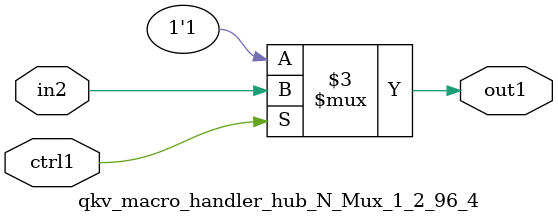
<source format=v>

`timescale 1ps / 1ps


module qkv_macro_handler_hub_N_Mux_1_2_96_4( in2, ctrl1, out1 );

    input in2;
    input ctrl1;
    output out1;
    reg out1;

    
    // rtl_process:qkv_macro_handler_hub_N_Mux_1_2_96_4/qkv_macro_handler_hub_N_Mux_1_2_96_4_thread_1
    always @*
      begin : qkv_macro_handler_hub_N_Mux_1_2_96_4_thread_1
        case (ctrl1) 
          1'b1: 
            begin
              out1 = in2;
            end
          default: 
            begin
              out1 = 1'b1;
            end
        endcase
      end

endmodule



</source>
